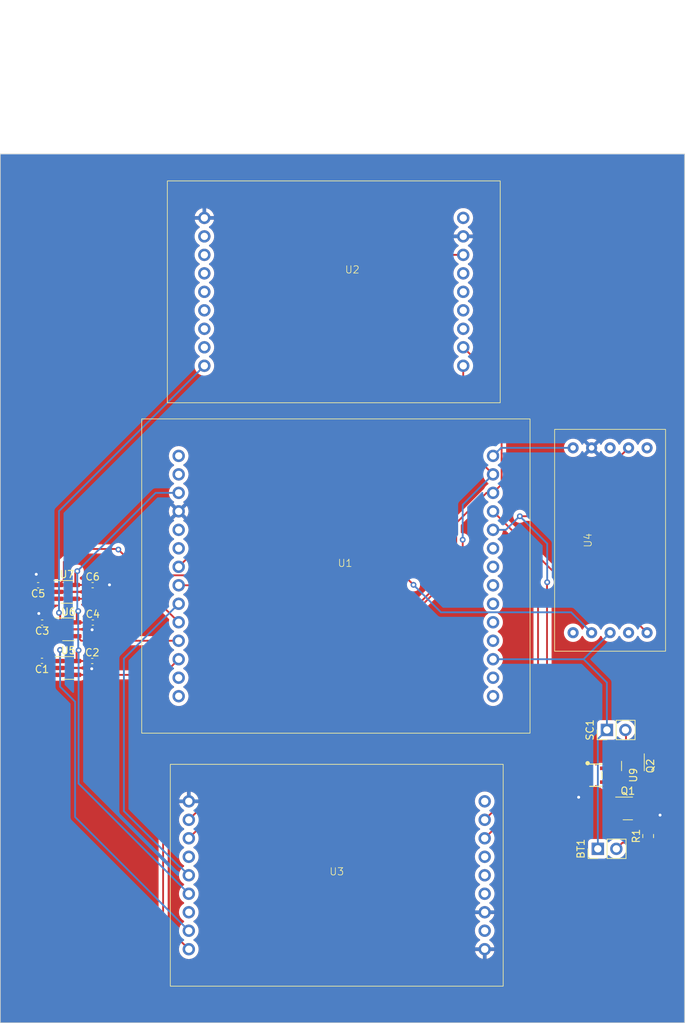
<source format=kicad_pcb>
(kicad_pcb (version 20221018) (generator pcbnew)
  (layers (0 "F.Cu" signal) (1 "In1.Cu" signal) (2 "In2.Cu" signal) (31 "B.Cu" signal) (34 "B.Paste" user) (35 "F.Paste" user) (36 "B.SilkS" user "B.Silkscreen") (37 "F.SilkS" user "F.Silkscreen") (38 "B.Mask" user) (39 "F.Mask" user) (44 "Edge.Cuts" user))
  (net 0 "")
  (net 1 "/GPS_VCC")
  (net 2 "GND")
  (net 3 "VCC")
  (net 4 "/LORA_VCC")
  (net 5 "/RTC_VCC")
  (net 8 "/LoRa_RST")
  (net 9 "/GPS_RESET")
  (net 10 "/GPS_I{slash}O")
  (net 11 "/RTC_EN")
  (net 12 "/LORA_EN")
  (net 13 "/GPS_EN")
  (net 18 "/VBAT_SNS")
  (net 20 "Net-(Q1-G)")
  (net 25 "/SDA")
  (net 26 "/SCL")
  (net 27 "/TX")
  (net 28 "/RX")
  (net 29 "/RTC_INT")
  (net 56 "Net-(Q1-D)")
  (net 57 "Net-(Q2-G)")
  (net 58 "/P-")
  (net 59 "Net-(U9-VM)")
  (net 60 "Net-(U9-VDD)")
  (footprint "PARTS:RTC_BOARD" (layer "F.Cu") (at 179.764498 96.266698 90)
    (fp_text reference "U4" (at 0 -2.54 90 unlocked) (layer "F.SilkS") (effects (font (thickness 0.1))))
    (fp_text value "X1B000301000200")
    (fp_rect (start -15.24 -7.12) (end 15.24 8.12) (stroke (width 0.1)) (fill none) (layer "F.SilkS"))
    (pad "1" thru_hole circle (at -12.7 -4.58 90) (size 1.524 1.524) (drill 0.762) (layers "*.Cu" "*.Mask"))
    (pad "2" thru_hole circle (at -12.7 -2.04 90) (size 1.524 1.524) (drill 0.762) (layers "*.Cu" "*.Mask") (net 5 "/RTC_VCC"))
    (pad "3" thru_hole circle (at -12.7 0.5 90) (size 1.524 1.524) (drill 0.762) (layers "*.Cu" "*.Mask") (net 3 "VCC"))
    (pad "4" thru_hole circle (at -12.7 3.04 90) (size 1.524 1.524) (drill 0.762) (layers "*.Cu" "*.Mask"))
    (pad "5" thru_hole circle (at -12.7 5.58 90) (size 1.524 1.524) (drill 0.762) (layers "*.Cu" "*.Mask") (net 26 "/SCL"))
    (pad "6" thru_hole circle (at 12.7 5.58 90) (size 1.524 1.524) (drill 0.762) (layers "*.Cu" "*.Mask"))
    (pad "7" thru_hole circle (at 12.7 3.04 90) (size 1.524 1.524) (drill 0.762) (layers "*.Cu" "*.Mask") (net 25 "/SDA"))
    (pad "8" thru_hole circle (at 12.7 0.5 90) (size 1.524 1.524) (drill 0.762) (layers "*.Cu" "*.Mask"))
    (pad "9" thru_hole circle (at 12.7 -2.04 90) (size 1.524 1.524) (drill 0.762) (layers "*.Cu" "*.Mask") (net 2 "GND"))
    (pad "10" thru_hole circle (at 12.7 -4.58 90) (size 1.524 1.524) (drill 0.762) (layers "*.Cu" "*.Mask") (net 29 "/RTC_INT"))
  )
  (footprint "PARTS:GPS_BOARD" (layer "F.Cu") (at 142.723298 142.291498)
    (fp_text reference "U3" (at 0 -0.5 unlocked) (layer "F.SilkS") (effects (font (thickness 0.1))))
    (fp_text value "ATGM336H-5N31")
    (fp_rect (start 22.86 -15.24) (end -22.86 15.24) (stroke (width 0.1)) (fill none) (layer "F.SilkS"))
    (pad "1" thru_hole oval (at -20.32 -10.16 180) (size 1.7 1.7) (drill 1) (layers "*.Cu" "*.Mask") (net 2 "GND"))
    (pad "2" thru_hole oval (at -20.32 -7.62 180) (size 1.7 1.7) (drill 1) (layers "*.Cu" "*.Mask") (net 27 "/TX"))
    (pad "3" thru_hole oval (at -20.32 -5.08 180) (size 1.7 1.7) (drill 1) (layers "*.Cu" "*.Mask") (net 28 "/RX"))
    (pad "4" thru_hole oval (at -20.32 -2.54 180) (size 1.7 1.7) (drill 1) (layers "*.Cu" "*.Mask"))
    (pad "5" thru_hole oval (at -20.32 0 180) (size 1.7 1.7) (drill 1) (layers "*.Cu" "*.Mask") (net 10 "/GPS_I{slash}O"))
    (pad "6" thru_hole oval (at -20.32 2.54 180) (size 1.7 1.7) (drill 1) (layers "*.Cu" "*.Mask") (net 3 "VCC"))
    (pad "7" thru_hole oval (at -20.32 5.08 270) (size 1.7 1.7) (drill 1) (layers "*.Cu" "*.Mask"))
    (pad "8" thru_hole oval (at -20.32 7.62 180) (size 1.7 1.7) (drill 1) (layers "*.Cu" "*.Mask") (net 1 "/GPS_VCC"))
    (pad "9" thru_hole oval (at -20.32 10.16 180) (size 1.7 1.7) (drill 1) (layers "*.Cu" "*.Mask") (net 9 "/GPS_RESET"))
    (pad "10" thru_hole oval (at 20.32 10.16 180) (size 1.7 1.7) (drill 1) (layers "*.Cu" "*.Mask") (net 2 "GND"))
    (pad "11" thru_hole oval (at 20.32 7.62 180) (size 1.7 1.7) (drill 1) (layers "*.Cu" "*.Mask"))
    (pad "12" thru_hole oval (at 20.32 5.08 180) (size 1.7 1.7) (drill 1) (layers "*.Cu" "*.Mask") (net 2 "GND"))
    (pad "13" thru_hole oval (at 20.32 2.54 180) (size 1.7 1.7) (drill 1) (layers "*.Cu" "*.Mask"))
    (pad "14" thru_hole oval (at 20.32 0 180) (size 1.7 1.7) (drill 1) (layers "*.Cu" "*.Mask"))
    (pad "15" thru_hole oval (at 20.32 -2.54 180) (size 1.7 1.7) (drill 1) (layers "*.Cu" "*.Mask"))
    (pad "16" thru_hole oval (at 20.32 -5.08 180) (size 1.7 1.7) (drill 1) (layers "*.Cu" "*.Mask") (net 25 "/SDA"))
    (pad "17" thru_hole oval (at 20.32 -7.62 180) (size 1.7 1.7) (drill 1) (layers "*.Cu" "*.Mask") (net 26 "/SCL"))
    (pad "18" thru_hole oval (at 20.32 -10.16 180) (size 1.7 1.7) (drill 1) (layers "*.Cu" "*.Mask"))
  )
  (footprint "Capacitor_SMD:C_0402_1005Metric" (layer "F.Cu") (at 102.261098 107.569698 180)
    (fp_text reference "C3" (at 0 -1.16) (layer "F.SilkS"))
    (fp_text value "10u")
    (fp_line (start -0.107836 -0.36) (end 0.107836 -0.36) (stroke (width 0.12)) (layer "F.SilkS"))
    (fp_line (start -0.107836 0.36) (end 0.107836 0.36) (stroke (width 0.12)) (layer "F.SilkS"))
    (pad "1" smd roundrect (at -0.48 0 180) (size 0.56 0.62) (layers "F.Cu" "F.Paste" "F.Mask") (net 4 "/LORA_VCC"))
    (pad "2" smd roundrect (at 0.48 0 180) (size 0.56 0.62) (layers "F.Cu" "F.Paste" "F.Mask") (net 2 "GND"))
  )
  (footprint "Package_TO_SOT_SMD:SOT-23" (layer "F.Cu") (at 182.700598 133.111898)
    (fp_text reference "Q1" (at 0 -2.4) (layer "F.SilkS"))
    (fp_text value "2N7002E")
    (fp_line (start 0 -1.56) (end -1.675 -1.56) (stroke (width 0.12)) (layer "F.SilkS"))
    (fp_line (start 0 -1.56) (end 0.65 -1.56) (stroke (width 0.12)) (layer "F.SilkS"))
    (fp_line (start 0 1.56) (end -0.65 1.56) (stroke (width 0.12)) (layer "F.SilkS"))
    (fp_line (start 0 1.56) (end 0.65 1.56) (stroke (width 0.12)) (layer "F.SilkS"))
    (pad "1" smd roundrect (at -0.9375 -0.95) (size 1.475 0.6) (layers "F.Cu" "F.Paste" "F.Mask") (net 20 "Net-(Q1-G)"))
    (pad "2" smd roundrect (at -0.9375 0.95) (size 1.475 0.6) (layers "F.Cu" "F.Paste" "F.Mask") (net 2 "GND"))
    (pad "3" smd roundrect (at 0.9375 0) (size 1.475 0.6) (layers "F.Cu" "F.Paste" "F.Mask") (net 56 "Net-(Q1-D)"))
  )
  (footprint "PARTS:168P_BOARD" (layer "F.Cu") (at 143.871898 99.909498)
    (fp_text reference "U1" (at 0 -0.5 unlocked) (layer "F.SilkS") (effects (font (thickness 0.1))))
    (fp_text value "ATMEGA168PA-MU")
    (fp_rect (start -27.94 -20.32) (end 25.4 22.86) (stroke (width 0.1)) (fill none) (layer "F.SilkS"))
    (pad "1" thru_hole circle (at -22.86 -15.24) (size 1.7 1.7) (drill 1) (layers "*.Cu" "*.Mask"))
    (pad "2" thru_hole circle (at -22.86 -12.7) (size 1.7 1.7) (drill 1) (layers "*.Cu" "*.Mask"))
    (pad "3" thru_hole circle (at -22.86 -7.62) (size 1.7 1.7) (drill 1) (layers "*.Cu" "*.Mask") (net 2 "GND"))
    (pad "4" thru_hole circle (at -22.86 -10.16) (size 1.7 1.7) (drill 1) (layers "*.Cu" "*.Mask") (net 3 "VCC"))
    (pad "9" thru_hole circle (at -22.86 0) (size 1.7 1.7) (drill 1) (layers "*.Cu" "*.Mask") (net 8 "/LoRa_RST"))
    (pad "10" thru_hole circle (at -22.86 2.54) (size 1.7 1.7) (drill 1) (layers "*.Cu" "*.Mask") (net 9 "/GPS_RESET"))
    (pad "11" thru_hole circle (at -22.86 5.08) (size 1.7 1.7) (drill 1) (layers "*.Cu" "*.Mask") (net 10 "/GPS_I{slash}O"))
    (pad "12" thru_hole circle (at -22.86 7.62) (size 1.7 1.7) (drill 1) (layers "*.Cu" "*.Mask") (net 11 "/RTC_EN"))
    (pad "13" thru_hole circle (at -22.86 10.16) (size 1.7 1.7) (drill 1) (layers "*.Cu" "*.Mask") (net 12 "/LORA_EN"))
    (pad "14" thru_hole circle (at -22.86 12.7) (size 1.7 1.7) (drill 1) (layers "*.Cu" "*.Mask") (net 13 "/GPS_EN"))
    (pad "15" thru_hole circle (at -22.86 15.24) (size 1.7 1.7) (drill 1) (layers "*.Cu" "*.Mask"))
    (pad "16" thru_hole circle (at -22.86 17.78) (size 1.7 1.7) (drill 1) (layers "*.Cu" "*.Mask"))
    (pad "17" thru_hole circle (at 20.32 17.78 180) (size 1.7 1.7) (drill 1) (layers "*.Cu" "*.Mask"))
    (pad "18" thru_hole circle (at 20.32 15.24 180) (size 1.7 1.7) (drill 1) (layers "*.Cu" "*.Mask"))
    (pad "19" thru_hole circle (at 20.32 12.7 180) (size 1.7 1.7) (drill 1) (layers "*.Cu" "*.Mask") (net 3 "VCC"))
    (pad "20" thru_hole circle (at 20.32 10.16 180) (size 1.7 1.7) (drill 1) (layers "*.Cu" "*.Mask"))
    (pad "22" thru_hole circle (at 20.32 7.62 180) (size 1.7 1.7) (drill 1) (layers "*.Cu" "*.Mask") (net 18 "/VBAT_SNS"))
    (pad "23" thru_hole circle (at 20.32 5.08 180) (size 1.7 1.7) (drill 1) (layers "*.Cu" "*.Mask"))
    (pad "24" thru_hole circle (at 20.32 2.54 180) (size 1.7 1.7) (drill 1) (layers "*.Cu" "*.Mask"))
    (pad "25" thru_hole circle (at 20.32 0 180) (size 1.7 1.7) (drill 1) (layers "*.Cu" "*.Mask"))
    (pad "26" thru_hole circle (at 20.32 -2.54 180) (size 1.7 1.7) (drill 1) (layers "*.Cu" "*.Mask"))
    (pad "27" thru_hole circle (at 20.32 -5.08 180) (size 1.7 1.7) (drill 1) (layers "*.Cu" "*.Mask") (net 25 "/SDA"))
    (pad "28" thru_hole circle (at 20.32 -7.62 180) (size 1.7 1.7) (drill 1) (layers "*.Cu" "*.Mask") (net 26 "/SCL"))
    (pad "30" thru_hole circle (at 20.32 -10.16) (size 1.7 1.7) (drill 1) (layers "*.Cu" "*.Mask") (net 27 "/TX"))
    (pad "31" thru_hole circle (at 20.32 -12.7 180) (size 1.7 1.7) (drill 1) (layers "*.Cu" "*.Mask") (net 28 "/RX"))
    (pad "32" thru_hole circle (at 20.32 -15.24) (size 1.7 1.7) (drill 1) (layers "*.Cu" "*.Mask") (net 29 "/RTC_INT"))
    (pad "34" thru_hole circle (at -22.86 -2.54) (size 1.7 1.7) (drill 1) (layers "*.Cu" "*.Mask"))
    (pad "35" thru_hole circle (at -22.86 -5.08) (size 1.7 1.7) (drill 1) (layers "*.Cu" "*.Mask"))
  )
  (footprint "Resistor_SMD:R_0805_2012Metric" (layer "F.Cu") (at 185.496898 136.904798 90)
    (fp_text reference "R1" (at 0 -1.65 90) (layer "F.SilkS"))
    (fp_text value "0.01")
    (fp_line (start -0.227064 -0.735) (end 0.227064 -0.735) (stroke (width 0.12)) (layer "F.SilkS"))
    (fp_line (start -0.227064 0.735) (end 0.227064 0.735) (stroke (width 0.12)) (layer "F.SilkS"))
    (pad "1" smd roundrect (at -0.9125 0 90) (size 1.025 1.4) (layers "F.Cu" "F.Paste" "F.Mask") (roundrect_rratio 0.243902) (net 18 "/VBAT_SNS"))
    (pad "2" smd roundrect (at 0.9125 0 90) (size 1.025 1.4) (layers "F.Cu" "F.Paste" "F.Mask") (roundrect_rratio 0.243902) (net 2 "GND"))
  )
  (footprint "PARTS:RA_08H-BREAKOUT" (layer "F.Cu") (at 144.856898 59.589098)
    (fp_text reference "U2" (at 0 -0.5 unlocked) (layer "F.SilkS") (effects (font (thickness 0.1))))
    (fp_text value "RA-08H(915)")
    (fp_rect (start 20.32 17.78) (end -25.4 -12.7) (stroke (width 0.1)) (fill none) (layer "F.SilkS"))
    (pad "1" thru_hole oval (at -20.32 -7.62 180) (size 1.7 1.7) (drill 1) (layers "*.Cu" "*.Mask") (net 2 "GND"))
    (pad "2" thru_hole oval (at -20.32 -5.08 180) (size 1.7 1.7) (drill 1) (layers "*.Cu" "*.Mask"))
    (pad "3" thru_hole oval (at -20.32 -2.54 180) (size 1.7 1.7) (drill 1) (layers "*.Cu" "*.Mask"))
    (pad "4" thru_hole oval (at -20.32 0 180) (size 1.7 1.7) (drill 1) (layers "*.Cu" "*.Mask"))
    (pad "5" thru_hole oval (at -20.32 2.54 180) (size 1.7 1.7) (drill 1) (layers "*.Cu" "*.Mask"))
    (pad "6" thru_hole oval (at -20.32 5.08 180) (size 1.7 1.7) (drill 1) (layers "*.Cu" "*.Mask"))
    (pad "7" thru_hole oval (at -20.32 7.62 270) (size 1.7 1.7) (drill 1) (layers "*.Cu" "*.Mask"))
    (pad "8" thru_hole oval (at -20.32 10.16 180) (size 1.7 1.7) (drill 1) (layers "*.Cu" "*.Mask"))
    (pad "9" thru_hole oval (at -20.32 12.7 180) (size 1.7 1.7) (drill 1) (layers "*.Cu" "*.Mask") (net 4 "/LORA_VCC"))
    (pad "10" thru_hole oval (at 15.24 12.7 180) (size 1.7 1.7) (drill 1) (layers "*.Cu" "*.Mask") (net 28 "/RX"))
    (pad "11" thru_hole oval (at 15.24 10.16 180) (size 1.7 1.7) (drill 1) (layers "*.Cu" "*.Mask") (net 27 "/TX"))
    (pad "12" thru_hole oval (at 15.24 7.62 180) (size 1.7 1.7) (drill 1) (layers "*.Cu" "*.Mask"))
    (pad "13" thru_hole oval (at 15.24 5.08 180) (size 1.7 1.7) (drill 1) (layers "*.Cu" "*.Mask"))
    (pad "14" thru_hole oval (at 15.24 2.54 180) (size 1.7 1.7) (drill 1) (layers "*.Cu" "*.Mask"))
    (pad "15" thru_hole oval (at 15.24 0 180) (size 1.7 1.7) (drill 1) (layers "*.Cu" "*.Mask"))
    (pad "16" thru_hole oval (at 15.24 -2.54 180) (size 1.7 1.7) (drill 1) (layers "*.Cu" "*.Mask") (net 8 "/LoRa_RST"))
    (pad "17" thru_hole oval (at 15.24 -5.08 180) (size 1.7 1.7) (drill 1) (layers "*.Cu" "*.Mask") (net 2 "GND"))
    (pad "18" thru_hole oval (at 15.24 -7.62 180) (size 1.7 1.7) (drill 1) (layers "*.Cu" "*.Mask"))
  )
  (footprint "Capacitor_SMD:C_0402_1005Metric" (layer "F.Cu") (at 101.704898 102.438898 180)
    (fp_text reference "C5" (at 0 -1.16) (layer "F.SilkS"))
    (fp_text value "10u")
    (fp_line (start -0.107836 -0.36) (end 0.107836 -0.36) (stroke (width 0.12)) (layer "F.SilkS"))
    (fp_line (start -0.107836 0.36) (end 0.107836 0.36) (stroke (width 0.12)) (layer "F.SilkS"))
    (pad "1" smd roundrect (at -0.48 0 180) (size 0.56 0.62) (layers "F.Cu" "F.Paste" "F.Mask") (net 5 "/RTC_VCC"))
    (pad "2" smd roundrect (at 0.48 0 180) (size 0.56 0.62) (layers "F.Cu" "F.Paste" "F.Mask") (net 2 "GND"))
  )
  (footprint "Capacitor_SMD:C_0402_1005Metric" (layer "F.Cu") (at 109.195298 102.438898)
    (fp_text reference "C6" (at 0 -1.16) (layer "F.SilkS"))
    (fp_text value "10u")
    (fp_line (start -0.107836 -0.36) (end 0.107836 -0.36) (stroke (width 0.12)) (layer "F.SilkS"))
    (fp_line (start -0.107836 0.36) (end 0.107836 0.36) (stroke (width 0.12)) (layer "F.SilkS"))
    (pad "1" smd roundrect (at -0.48 0) (size 0.56 0.62) (layers "F.Cu" "F.Paste" "F.Mask") (net 3 "VCC"))
    (pad "2" smd roundrect (at 0.48 0) (size 0.56 0.62) (layers "F.Cu" "F.Paste" "F.Mask") (net 2 "GND"))
  )
  (footprint "PARTS:SOT-23-5_L3.0-W1.7-P0.95-LS2.8-BL" (layer "F.Cu") (at 178.317098 128.544798 -90)
    (fp_text reference "U9" (at 0 -5.15 90) (layer "F.SilkS"))
    (fp_text value "AP9101CK-AHTRG1")
    (fp_line (start -1.53 0.85) (end -1.53 -0.85) (stroke (width 0.15)) (layer "F.SilkS"))
    (fp_line (start 0.48 -0.85) (end -0.48 -0.85) (stroke (width 0.15)) (layer "F.SilkS"))
    (fp_line (start 1.53 0.85) (end 1.53 -0.85) (stroke (width 0.15)) (layer "F.SilkS"))
    (fp_circle (center -1.65 1.14) (end -1.5 1.14) (stroke (width 0.3)) (fill none) (layer "F.SilkS"))
    (pad "1" smd rect (at -0.95 1.15 270) (size 0.49 1.16) (layers "F.Cu" "F.Paste" "F.Mask") (net 59 "Net-(U9-VM)"))
    (pad "2" smd rect (at 0 1.15 270) (size 0.49 1.16) (layers "F.Cu" "F.Paste" "F.Mask") (net 60 "Net-(U9-VDD)"))
    (pad "3" smd rect (at 0.95 1.15 270) (size 0.49 1.16) (layers "F.Cu" "F.Paste" "F.Mask") (net 2 "GND"))
    (pad "4" smd rect (at 0.95 -1.15 270) (size 0.49 1.18) (layers "F.Cu" "F.Paste" "F.Mask") (net 20 "Net-(Q1-G)"))
    (pad "5" smd rect (at -0.95 -1.15 270) (size 0.49 1.18) (layers "F.Cu" "F.Paste" "F.Mask") (net 57 "Net-(Q2-G)"))
  )
  (footprint "Package_TO_SOT_SMD:SOT-23-5" (layer "F.Cu") (at 105.664698 103.353298)
    (fp_text reference "U7" (at 0 -2.4) (layer "F.SilkS"))
    (fp_text value "~")
    (fp_line (start 0 -1.56) (end -1.8 -1.56) (stroke (width 0.12)) (layer "F.SilkS"))
    (fp_line (start 0 -1.56) (end 0.8 -1.56) (stroke (width 0.12)) (layer "F.SilkS"))
    (fp_line (start 0 1.56) (end -0.8 1.56) (stroke (width 0.12)) (layer "F.SilkS"))
    (fp_line (start 0 1.56) (end 0.8 1.56) (stroke (width 0.12)) (layer "F.SilkS"))
    (pad "1" smd roundrect (at -1.1375 -0.95) (size 1.325 0.6) (layers "F.Cu" "F.Paste" "F.Mask") (net 5 "/RTC_VCC"))
    (pad "2" smd roundrect (at -1.1375 0) (size 1.325 0.6) (layers "F.Cu" "F.Paste" "F.Mask") (net 2 "GND"))
    (pad "3" smd roundrect (at -1.1375 0.95) (size 1.325 0.6) (layers "F.Cu" "F.Paste" "F.Mask"))
    (pad "4" smd roundrect (at 1.1375 0.95) (size 1.325 0.6) (layers "F.Cu" "F.Paste" "F.Mask") (net 11 "/RTC_EN"))
    (pad "5" smd roundrect (at 1.1375 -0.95) (size 1.325 0.6) (layers "F.Cu" "F.Paste" "F.Mask") (net 3 "VCC"))
  )
  (footprint "Package_TO_SOT_SMD:SOT-23-5" (layer "F.Cu") (at 105.873398 108.499298)
    (fp_text reference "U6" (at 0 -2.4) (layer "F.SilkS"))
    (fp_text value "~")
    (fp_line (start 0 -1.56) (end -1.8 -1.56) (stroke (width 0.12)) (layer "F.SilkS"))
    (fp_line (start 0 -1.56) (end 0.8 -1.56) (stroke (width 0.12)) (layer "F.SilkS"))
    (fp_line (start 0 1.56) (end -0.8 1.56) (stroke (width 0.12)) (layer "F.SilkS"))
    (fp_line (start 0 1.56) (end 0.8 1.56) (stroke (width 0.12)) (layer "F.SilkS"))
    (pad "1" smd roundrect (at -1.1375 -0.95) (size 1.325 0.6) (layers "F.Cu" "F.Paste" "F.Mask") (net 4 "/LORA_VCC"))
    (pad "2" smd roundrect (at -1.1375 0) (size 1.325 0.6) (layers "F.Cu" "F.Paste" "F.Mask") (net 2 "GND"))
    (pad "3" smd roundrect (at -1.1375 0.95) (size 1.325 0.6) (layers "F.Cu" "F.Paste" "F.Mask"))
    (pad "4" smd roundrect (at 1.1375 0.95) (size 1.325 0.6) (layers "F.Cu" "F.Paste" "F.Mask") (net 12 "/LORA_EN"))
    (pad "5" smd roundrect (at 1.1375 -0.95) (size 1.325 0.6) (layers "F.Cu" "F.Paste" "F.Mask") (net 3 "VCC"))
  )
  (footprint "Capacitor_SMD:C_0402_1005Metric" (layer "F.Cu") (at 109.141898 112.852898)
    (fp_text reference "C2" (at 0 -1.16) (layer "F.SilkS"))
    (fp_text value "10u")
    (fp_line (start -0.107836 -0.36) (end 0.107836 -0.36) (stroke (width 0.12)) (layer "F.SilkS"))
    (fp_line (start -0.107836 0.36) (end 0.107836 0.36) (stroke (width 0.12)) (layer "F.SilkS"))
    (pad "1" smd roundrect (at -0.48 0) (size 0.56 0.62) (layers "F.Cu" "F.Paste" "F.Mask") (net 3 "VCC"))
    (pad "2" smd roundrect (at 0.48 0) (size 0.56 0.62) (layers "F.Cu" "F.Paste" "F.Mask") (net 2 "GND"))
  )
  (footprint "Connector_PinHeader_2.54mm:PinHeader_1x02_P2.54mm_Vertical" (layer "F.Cu") (at 179.827698 122.327098 90)
    (fp_text reference "SC1" (at 0 -2.33 90) (layer "F.SilkS"))
    (fp_text value "KXOB081K06TF-TR")
    (fp_line (start -1.33 -1.33) (end 0 -1.33) (stroke (width 0.12)) (layer "F.SilkS"))
    (fp_line (start -1.33 0) (end -1.33 -1.33) (stroke (width 0.12)) (layer "F.SilkS"))
    (fp_line (start -1.33 1.27) (end -1.33 3.87) (stroke (width 0.12)) (layer "F.SilkS"))
    (fp_line (start -1.33 1.27) (end 1.33 1.27) (stroke (width 0.12)) (layer "F.SilkS"))
    (fp_line (start -1.33 3.87) (end 1.33 3.87) (stroke (width 0.12)) (layer "F.SilkS"))
    (fp_line (start 1.33 1.27) (end 1.33 3.87) (stroke (width 0.12)) (layer "F.SilkS"))
    (pad "1" thru_hole rect (at 0 0 90) (size 1.7 1.7) (drill 1) (layers "*.Cu" "*.Mask") (net 3 "VCC"))
    (pad "2" thru_hole oval (at 0 2.54 90) (size 1.7 1.7) (drill 1) (layers "*.Cu" "*.Mask") (net 58 "/P-"))
  )
  (footprint "Connector_PinHeader_2.54mm:PinHeader_1x02_P2.54mm_Vertical" (layer "F.Cu") (at 178.583098 138.659298 90)
    (fp_text reference "BT1" (at 0 -2.33 90) (layer "F.SilkS"))
    (fp_text value "RJD2048(Bat)")
    (fp_line (start -1.33 -1.33) (end 0 -1.33) (stroke (width 0.12)) (layer "F.SilkS"))
    (fp_line (start -1.33 0) (end -1.33 -1.33) (stroke (width 0.12)) (layer "F.SilkS"))
    (fp_line (start -1.33 1.27) (end -1.33 3.87) (stroke (width 0.12)) (layer "F.SilkS"))
    (fp_line (start -1.33 1.27) (end 1.33 1.27) (stroke (width 0.12)) (layer "F.SilkS"))
    (fp_line (start -1.33 3.87) (end 1.33 3.87) (stroke (width 0.12)) (layer "F.SilkS"))
    (fp_line (start 1.33 1.27) (end 1.33 3.87) (stroke (width 0.12)) (layer "F.SilkS"))
    (pad "1" thru_hole rect (at 0 0 90) (size 1.7 1.7) (drill 1) (layers "*.Cu" "*.Mask") (net 3 "VCC"))
    (pad "2" thru_hole oval (at 0 2.54 90) (size 1.7 1.7) (drill 1) (layers "*.Cu" "*.Mask") (net 18 "/VBAT_SNS"))
  )
  (footprint "Capacitor_SMD:C_0402_1005Metric" (layer "F.Cu") (at 109.220698 107.569698)
    (fp_text reference "C4" (at 0 -1.16) (layer "F.SilkS"))
    (fp_text value "10u")
    (fp_line (start -0.107836 -0.36) (end 0.107836 -0.36) (stroke (width 0.12)) (layer "F.SilkS"))
    (fp_line (start -0.107836 0.36) (end 0.107836 0.36) (stroke (width 0.12)) (layer "F.SilkS"))
    (pad "1" smd roundrect (at -0.48 0) (size 0.56 0.62) (layers "F.Cu" "F.Paste" "F.Mask") (net 3 "VCC"))
    (pad "2" smd roundrect (at 0.48 0) (size 0.56 0.62) (layers "F.Cu" "F.Paste" "F.Mask") (net 2 "GND"))
  )
  (footprint "Capacitor_SMD:C_0402_1005Metric" (layer "F.Cu") (at 102.235698 112.827498 180)
    (fp_text reference "C1" (at 0 -1.16) (layer "F.SilkS"))
    (fp_text value "10u")
    (fp_line (start -0.107836 -0.36) (end 0.107836 -0.36) (stroke (width 0.12)) (layer "F.SilkS"))
    (fp_line (start -0.107836 0.36) (end 0.107836 0.36) (stroke (width 0.12)) (layer "F.SilkS"))
    (pad "1" smd roundrect (at -0.48 0 180) (size 0.56 0.62) (layers "F.Cu" "F.Paste" "F.Mask") (net 1 "/GPS_VCC"))
    (pad "2" smd roundrect (at 0.48 0 180) (size 0.56 0.62) (layers "F.Cu" "F.Paste" "F.Mask") (net 2 "GND"))
  )
  (footprint "Package_TO_SOT_SMD:SOT-23-5" (layer "F.Cu") (at 105.845398 113.807898)
    (fp_text reference "U5" (at 0 -2.4) (layer "F.SilkS"))
    (fp_text value "~")
    (fp_line (start 0 -1.56) (end -1.8 -1.56) (stroke (width 0.12)) (layer "F.SilkS"))
    (fp_line (start 0 -1.56) (end 0.8 -1.56) (stroke (width 0.12)) (layer "F.SilkS"))
    (fp_line (start 0 1.56) (end -0.8 1.56) (stroke (width 0.12)) (layer "F.SilkS"))
    (fp_line (start 0 1.56) (end 0.8 1.56) (stroke (width 0.12)) (layer "F.SilkS"))
    (pad "1" smd roundrect (at -1.1375 -0.95) (size 1.325 0.6) (layers "F.Cu" "F.Paste" "F.Mask") (net 1 "/GPS_VCC"))
    (pad "2" smd roundrect (at -1.1375 0) (size 1.325 0.6) (layers "F.Cu" "F.Paste" "F.Mask") (net 2 "GND"))
    (pad "3" smd roundrect (at -1.1375 0.95) (size 1.325 0.6) (layers "F.Cu" "F.Paste" "F.Mask"))
    (pad "4" smd roundrect (at 1.1375 0.95) (size 1.325 0.6) (layers "F.Cu" "F.Paste" "F.Mask") (net 13 "/GPS_EN"))
    (pad "5" smd roundrect (at 1.1375 -0.95) (size 1.325 0.6) (layers "F.Cu" "F.Paste" "F.Mask") (net 3 "VCC"))
  )
  (footprint "Package_TO_SOT_SMD:SOT-23" (layer "F.Cu") (at 183.398898 127.277798 -90)
    (fp_text reference "Q2" (at 0 -2.4 90) (layer "F.SilkS"))
    (fp_text value "2N7002E")
    (fp_line (start 0 -1.56) (end -1.675 -1.56) (stroke (width 0.12)) (layer "F.SilkS"))
    (fp_line (start 0 -1.56) (end 0.65 -1.56) (stroke (width 0.12)) (layer "F.SilkS"))
    (fp_line (start 0 1.56) (end -0.65 1.56) (stroke (width 0.12)) (layer "F.SilkS"))
    (fp_line (start 0 1.56) (end 0.65 1.56) (stroke (width 0.12)) (layer "F.SilkS"))
    (pad "1" smd roundrect (at -0.9375 -0.95 270) (size 1.475 0.6) (layers "F.Cu" "F.Paste" "F.Mask") (net 57 "Net-(Q2-G)"))
    (pad "2" smd roundrect (at -0.9375 0.95 270) (size 1.475 0.6) (layers "F.Cu" "F.Paste" "F.Mask") (net 58 "/P-"))
    (pad "3" smd roundrect (at 0.9375 0 270) (size 1.475 0.6) (layers "F.Cu" "F.Paste" "F.Mask") (net 56 "Net-(Q1-D)"))
  )
  (gr_rect (start 96.52 43.18) (end 190.5 162.56) (stroke (width 0.1)) (fill none) (layer "Edge.Cuts"))
  (segment (start 102.746098 112.857898) (end 102.715698 112.827498) (width 0.25) (layer "F.Cu") (net 1))
  (segment (start 104.707898 112.857898) (end 102.746098 112.857898) (width 0.25) (layer "F.Cu") (net 1))
  (segment (start 104.707898 112.857898) (end 104.707898 111.345898) (width 0.25) (layer "F.Cu") (net 1))
  (segment (start 104.707898 111.345898) (end 104.724898 111.328898) (width 0.25) (layer "F.Cu") (net 1))
  (via (at 104.724898 111.328898) (size 0.8) (drill 0.4) (layers "F.Cu" "B.Cu") (net 1))
  (segment (start 106.782298 118.440898) (end 106.782298 134.290498) (width 0.25) (layer "B.Cu") (net 1))
  (segment (start 106.782298 134.290498) (end 122.403298 149.911498) (width 0.25) (layer "B.Cu") (net 1))
  (segment (start 104.724898 111.328898) (end 104.724898 116.383498) (width 0.25) (layer "B.Cu") (net 1))
  (segment (start 104.724898 116.383498) (end 106.782298 118.440898) (width 0.25) (layer "B.Cu") (net 1))
  (segment (start 185.496898 135.992298) (end 183.693498 135.992298) (width 0.25) (layer "F.Cu") (net 2))
  (segment (start 109.119098 108.461298) (end 109.119098 108.560298) (width 0.25) (layer "F.Cu") (net 2))
  (segment (start 178.435698 134.061898) (end 175.946498 131.572698) (width 0.25) (layer "F.Cu") (net 2))
  (segment (start 101.755698 112.827498) (end 101.755698 113.137498) (width 0.25) (layer "F.Cu") (net 2))
  (segment (start 102.426098 113.807898) (end 104.707898 113.807898) (width 0.25) (layer "F.Cu") (net 2))
  (segment (start 101.422898 100.940298) (end 101.448298 100.940298) (width 0.25) (layer "F.Cu") (net 2))
  (segment (start 109.675298 102.438898) (end 111.430498 102.438898) (width 0.25) (layer "F.Cu") (net 2))
  (segment (start 109.621898 113.162898) (end 109.621898 112.852898) (width 0.25) (layer "F.Cu") (net 2))
  (segment (start 183.693498 135.992298) (end 181.763098 134.061898) (width 0.25) (layer "F.Cu") (net 2))
  (segment (start 104.527198 103.353298) (end 110.541498 103.353298) (width 0.25) (layer "F.Cu") (net 2))
  (segment (start 101.224898 101.138298) (end 101.422898 100.940298) (width 0.25) (layer "F.Cu") (net 2))
  (segment (start 108.976898 113.807898) (end 109.068298 113.716498) (width 0.25) (layer "F.Cu") (net 2))
  (segment (start 110.541498 103.353298) (end 111.506698 102.388098) (width 0.25) (layer "F.Cu") (net 2))
  (segment (start 109.068298 113.716498) (end 109.068298 113.919698) (width 0.25) (layer "F.Cu") (net 2))
  (segment (start 109.700698 107.879698) (end 109.700698 107.569698) (width 0.25) (layer "F.Cu") (net 2))
  (segment (start 109.020098 108.560298) (end 109.700698 107.879698) (width 0.25) (layer "F.Cu") (net 2))
  (segment (start 101.781098 106.297098) (end 101.803898 106.274298) (width 0.25) (layer "F.Cu") (net 2))
  (segment (start 187.128764 134.026977) (end 187.128764 134.004832) (width 0.25) (layer "F.Cu") (net 2))
  (segment (start 111.481298 102.388098) (end 111.506698 102.388098) (width 0.25) (layer "F.Cu") (net 2))
  (segment (start 109.119098 108.560298) (end 109.020098 108.560298) (width 0.25) (layer "F.Cu") (net 2))
  (segment (start 185.496898 135.636698) (end 187.106619 134.026977) (width 0.25) (layer "F.Cu") (net 2))
  (segment (start 175.946498 130.715398) (end 175.946498 131.572698) (width 0.25) (layer "F.Cu") (net 2))
  (segment (start 101.448298 100.914898) (end 101.422898 100.940298) (width 0.25) (layer "F.Cu") (net 2))
  (segment (start 101.755698 113.137498) (end 102.426098 113.807898) (width 0.25) (layer "F.Cu") (net 2))
  (segment (start 101.448298 100.940298) (end 101.448298 100.914898) (width 0.25) (layer "F.Cu") (net 2))
  (segment (start 187.128764 134.004832) (end 187.097098 134.036498) (width 0.25) (layer "F.Cu") (net 2))
  (segment (start 104.735898 108.499298) (end 102.400698 108.499298) (width 0.25) (layer "F.Cu") (net 2))
  (segment (start 111.506698 102.388098) (end 111.506698 102.362698) (width 0.25) (layer "F.Cu") (net 2))
  (segment (start 101.224898 102.438898) (end 101.224898 101.138298) (width 0.25) (layer "F.Cu") (net 2))
  (segment (start 111.506698 102.362698) (end 111.481298 102.388098) (width 0.25) (layer "F.Cu") (net 2))
  (segment (start 101.781098 106.302298) (end 101.781098 106.297098) (width 0.25) (layer "F.Cu") (net 2))
  (segment (start 104.735898 108.499298) (end 109.081098 108.499298) (width 0.25) (layer "F.Cu") (net 2))
  (segment (start 111.430498 102.438898) (end 111.481298 102.388098) (width 0.25) (layer "F.Cu") (net 2))
  (segment (start 101.803898 106.325098) (end 101.781098 106.302298) (width 0.25) (layer "F.Cu") (net 2))
  (segment (start 185.496898 135.992298) (end 185.496898 135.636698) (width 0.25) (layer "F.Cu") (net 2))
  (segment (start 102.400698 108.499298) (end 101.781098 107.879698) (width 0.25) (layer "F.Cu") (net 2))
  (segment (start 101.781098 107.879698) (end 101.781098 107.569698) (width 0.25) (layer "F.Cu") (net 2))
  (segment (start 108.865098 113.919698) (end 109.621898 113.162898) (width 0.25) (layer "F.Cu") (net 2))
  (segment (start 109.081098 108.499298) (end 109.119098 108.461298) (width 0.25) (layer "F.Cu") (net 2))
  (segment (start 181.763098 134.061898) (end 178.435698 134.061898) (width 0.25) (layer "F.Cu") (net 2))
  (segment (start 104.707898 113.807898) (end 108.976898 113.807898) (width 0.25) (layer "F.Cu") (net 2))
  (segment (start 101.781098 106.347898) (end 101.803898 106.325098) (width 0.25) (layer "F.Cu") (net 2))
  (segment (start 177.167098 129.494798) (end 175.946498 130.715398) (width 0.25) (layer "F.Cu") (net 2))
  (segment (start 109.068298 113.919698) (end 108.865098 113.919698) (width 0.25) (layer "F.Cu") (net 2))
  (segment (start 101.781098 107.569698) (end 101.781098 106.347898) (width 0.25) (layer "F.Cu") (net 2))
  (segment (start 187.106619 134.026977) (end 187.128764 134.026977) (width 0.25) (layer "F.Cu") (net 2))
  (via (at 101.448298 100.940298) (size 0.8) (drill 0.4) (layers "F.Cu" "B.Cu") (net 2))
  (via (at 109.119098 108.560298) (size 0.8) (drill 0.4) (layers "F.Cu" "B.Cu") (net 2))
  (via (at 175.946498 131.572698) (size 0.8) (drill 0.4) (layers "F.Cu" "B.Cu") (net 2))
  (via (at 109.068298 113.919698) (size 0.8) (drill 0.4) (layers "F.Cu" "B.Cu") (net 2))
  (via (at 101.803898 106.325098) (size 0.8) (drill 0.4) (layers "F.Cu" "B.Cu") (net 2))
  (via (at 111.506698 102.388098) (size 0.8) (drill 0.4) (layers "F.Cu" "B.Cu") (net 2))
  (via (at 187.128764 134.026977) (size 0.8) (drill 0.4) (layers "F.Cu" "B.Cu") (net 2))
  (segment (start 106.802198 102.403298) (end 106.802198 100.767998) (width 0.25) (layer "F.Cu") (net 3))
  (segment (start 108.661898 112.852898) (end 106.987898 112.852898) (width 0.25) (layer "F.Cu") (net 3))
  (segment (start 107.264898 111.379698) (end 107.264898 111.354298) (width 0.25) (layer "F.Cu") (net 3))
  (segment (start 106.802198 102.403298) (end 108.679698 102.403298) (width 0.25) (layer "F.Cu") (net 3))
  (segment (start 108.740698 107.569698) (end 107.031298 107.569698) (width 0.25) (layer "F.Cu") (net 3))
  (segment (start 107.239498 111.379698) (end 107.264898 111.379698) (width 0.25) (layer "F.Cu") (net 3))
  (segment (start 107.087098 100.483098) (end 107.061698 100.508498) (width 0.25) (layer "F.Cu") (net 3))
  (segment (start 107.163298 105.994898) (end 107.214098 105.994898) (width 0.25) (layer "F.Cu") (net 3))
  (segment (start 107.031298 107.569698) (end 107.010898 107.549298) (width 0.25) (layer "F.Cu") (net 3))
  (segment (start 108.679698 102.403298) (end 108.715298 102.438898) (width 0.25) (layer "F.Cu") (net 3))
  (segment (start 106.802198 100.767998) (end 107.061698 100.508498) (width 0.25) (layer "F.Cu") (net 3))
  (segment (start 106.987898 112.852898) (end 106.982898 112.857898) (width 0.25) (layer "F.Cu") (net 3))
  (segment (start 107.214098 105.994898) (end 107.214098 105.944098) (width 0.25) (layer "F.Cu") (net 3))
  (segment (start 106.982898 111.636298) (end 107.239498 111.379698) (width 0.25) (layer "F.Cu") (net 3))
  (segment (start 106.982898 112.857898) (end 106.982898 111.636298) (width 0.25) (layer "F.Cu") (net 3))
  (segment (start 107.010898 107.549298) (end 107.010898 106.147298) (width 0.25) (layer "F.Cu") (net 3))
  (segment (start 107.264898 111.354298) (end 107.239498 111.379698) (width 0.25) (layer "F.Cu") (net 3))
  (segment (start 107.087098 100.508498) (end 107.087098 100.483098) (width 0.25) (layer "F.Cu") (net 3))
  (segment (start 107.061698 100.508498) (end 107.087098 100.508498) (width 0.25) (layer "F.Cu") (net 3))
  (segment (start 107.010898 106.147298) (end 107.163298 105.994898) (width 0.25) (layer "F.Cu") (net 3))
  (segment (start 107.214098 105.944098) (end 107.188698 105.969498) (width 0.25) (layer "F.Cu") (net 3))
  (via (at 107.264898 111.379698) (size 0.8) (drill 0.4) (layers "F.Cu" "B.Cu") (net 3))
  (via (at 107.214098 105.994898) (size 0.8) (drill 0.4) (layers "F.Cu" "B.Cu") (net 3))
  (via (at 107.087098 100.508498) (size 0.8) (drill 0.4) (layers "F.Cu" "B.Cu") (net 3))
  (segment (start 107.214098 111.328898) (end 107.264898 111.379698) (width 0.25) (layer "B.Cu") (net 3))
  (segment (start 107.087098 100.508498) (end 117.846098 89.749498) (width 0.25) (layer "B.Cu") (net 3))
  (segment (start 107.214098 105.994898) (end 107.214098 111.328898) (width 0.25) (layer "B.Cu") (net 3))
  (segment (start 179.827698 122.327098) (end 179.827698 115.815498) (width 0.25) (layer "B.Cu") (net 3))
  (segment (start 179.827698 115.815498) (end 176.621698 112.609498) (width 0.25) (layer "B.Cu") (net 3))
  (segment (start 178.583098 138.659298) (end 178.583098 123.571698) (width 0.25) (layer "B.Cu") (net 3))
  (segment (start 164.191898 112.609498) (end 176.621698 112.609498) (width 0.25) (layer "B.Cu") (net 3))
  (segment (start 178.583098 123.571698) (end 179.827698 122.327098) (width 0.25) (layer "B.Cu") (net 3))
  (segment (start 117.846098 89.749498) (end 121.011898 89.749498) (width 0.25) (layer "B.Cu") (net 3))
  (segment (start 107.264898 129.693098) (end 122.403298 144.831498) (width 0.25) (layer "B.Cu") (net 3))
  (segment (start 107.087098 100.508498) (end 107.087098 105.867898) (width 0.25) (layer "B.Cu") (net 3))
  (segment (start 107.087098 105.867898) (end 107.214098 105.994898) (width 0.25) (layer "B.Cu") (net 3))
  (segment (start 176.621698 112.609498) (end 180.264498 108.966698) (width 0.25) (layer "B.Cu") (net 3))
  (segment (start 107.264898 111.379698) (end 107.264898 129.693098) (width 0.25) (layer "B.Cu") (net 3))
  (segment (start 104.572498 106.223498) (end 104.547098 106.223498) (width 0.25) (layer "F.Cu") (net 4))
  (segment (start 104.547098 106.223498) (end 104.547098 106.223498) (width 0.25) (layer "F.Cu") (net 4))
  (segment (start 104.572498 106.248898) (end 104.572498 106.223498) (width 0.25) (layer "F.Cu") (net 4))
  (segment (start 104.735898 107.549298) (end 102.761498 107.549298) (width 0.25) (layer "F.Cu") (net 4))
  (segment (start 104.735898 107.549298) (end 104.735898 106.412298) (width 0.25) (layer "F.Cu") (net 4))
  (segment (start 102.761498 107.549298) (end 102.741098 107.569698) (width 0.25) (layer "F.Cu") (net 4))
  (segment (start 104.735898 106.412298) (end 104.572498 106.248898) (width 0.25) (layer "F.Cu") (net 4))
  (via (at 104.572498 106.223498) (size 0.8) (drill 0.4) (layers "F.Cu" "B.Cu") (net 4))
  (segment (start 104.572498 106.223498) (end 104.572498 92.253498) (width 0.25) (layer "B.Cu") (net 4))
  (segment (start 104.572498 92.253498) (end 124.536898 72.289098) (width 0.25) (layer "B.Cu") (net 4))
  (segment (start 116.269042 101.079842) (end 126.098842 101.079842) (width 0.25) (layer "F.Cu") (net 5))
  (segment (start 112.725898 97.536698) (end 112.751298 97.536698) (width 0.25) (layer "F.Cu") (net 5))
  (segment (start 104.491598 102.438898) (end 104.527198 102.403298) (width 0.25) (layer "F.Cu") (net 5))
  (segment (start 105.258298 99.238498) (end 107.036298 97.460498) (width 0.25) (layer "F.Cu") (net 5))
  (segment (start 126.098842 101.079842) (end 126.162498 101.143498) (width 0.25) (layer "F.Cu") (net 5))
  (segment (start 152.019698 101.143498) (end 153.264298 102.388098) (width 0.25) (layer "F.Cu") (net 5))
  (segment (start 112.751298 97.536698) (end 112.725898 97.511298) (width 0.25) (layer "F.Cu") (net 5))
  (segment (start 112.725898 97.511298) (end 112.725898 97.536698) (width 0.25) (layer "F.Cu") (net 5))
  (segment (start 153.264298 102.388098) (end 153.213498 102.337298) (width 0.25) (layer "F.Cu") (net 5))
  (segment (start 126.162498 101.143498) (end 152.019698 101.143498) (width 0.25) (layer "F.Cu") (net 5))
  (segment (start 112.675098 97.460498) (end 112.725898 97.511298) (width 0.25) (layer "F.Cu") (net 5))
  (segment (start 105.232898 99.238498) (end 105.258298 99.238498) (width 0.25) (layer "F.Cu") (net 5))
  (segment (start 104.527198 102.403298) (end 105.232898 101.697598) (width 0.25) (layer "F.Cu") (net 5))
  (segment (start 102.184898 102.438898) (end 104.491598 102.438898) (width 0.25) (layer "F.Cu") (net 5))
  (segment (start 105.232898 101.697598) (end 105.232898 99.238498) (width 0.25) (layer "F.Cu") (net 5))
  (segment (start 107.036298 97.460498) (end 112.675098 97.460498) (width 0.25) (layer "F.Cu") (net 5))
  (segment (start 112.725898 97.536698) (end 116.269042 101.079842) (width 0.25) (layer "F.Cu") (net 5))
  (via (at 112.725898 97.536698) (size 0.8) (drill 0.4) (layers "F.Cu" "B.Cu") (net 5))
  (via (at 153.264298 102.388098) (size 0.8) (drill 0.4) (layers "F.Cu" "B.Cu") (net 5))
  (segment (start 174.917642 106.159842) (end 177.724498 108.966698) (width 0.25) (layer "B.Cu") (net 5))
  (segment (start 153.264298 102.388098) (end 157.036042 106.159842) (width 0.25) (layer "B.Cu") (net 5))
  (segment (start 157.036042 106.159842) (end 174.917642 106.159842) (width 0.25) (layer "B.Cu") (net 5))
  (segment (start 155.347098 57.049098) (end 160.096898 57.049098) (width 0.25) (layer "F.Cu") (net 8))
  (segment (start 152.146698 68.860098) (end 152.146698 60.249498) (width 0.25) (layer "F.Cu") (net 8))
  (segment (start 133.071298 87.935498) (end 152.146698 68.860098) (width 0.25) (layer "F.Cu") (net 8))
  (segment (start 132.985898 87.935498) (end 133.071298 87.935498) (width 0.25) (layer "F.Cu") (net 8))
  (segment (start 152.146698 60.249498) (end 155.347098 57.049098) (width 0.25) (layer "F.Cu") (net 8))
  (segment (start 121.011898 99.909498) (end 132.985898 87.935498) (width 0.25) (layer "F.Cu") (net 8))
  (segment (start 122.403298 152.451498) (end 121.228298 151.276498) (width 0.25) (layer "F.Cu") (net 9))
  (segment (start 122.896498 102.449498) (end 121.011898 102.449498) (width 0.25) (layer "F.Cu") (net 9))
  (segment (start 124.435298 123.139898) (end 124.435298 103.988298) (width 0.25) (layer "F.Cu") (net 9))
  (segment (start 121.228298 151.225698) (end 118.872698 148.870098) (width 0.25) (layer "F.Cu") (net 9))
  (segment (start 118.872698 148.870098) (end 118.872698 128.702498) (width 0.25) (layer "F.Cu") (net 9))
  (segment (start 118.872698 128.702498) (end 124.435298 123.139898) (width 0.25) (layer "F.Cu") (net 9))
  (segment (start 121.228298 151.276498) (end 121.228298 151.225698) (width 0.25) (layer "F.Cu") (net 9))
  (segment (start 124.435298 103.988298) (end 122.896498 102.449498) (width 0.25) (layer "F.Cu") (net 9))
  (segment (start 113.487898 112.513498) (end 121.011898 104.989498) (width 0.25) (layer "B.Cu") (net 10))
  (segment (start 122.403298 142.291498) (end 121.228298 141.116498) (width 0.25) (layer "B.Cu") (net 10))
  (segment (start 121.126698 141.116498) (end 113.487898 133.477698) (width 0.25) (layer "B.Cu") (net 10))
  (segment (start 121.228298 141.116498) (end 121.126698 141.116498) (width 0.25) (layer "B.Cu") (net 10))
  (segment (start 113.487898 133.477698) (end 113.487898 112.513498) (width 0.25) (layer "B.Cu") (net 10))
  (segment (start 117.785698 104.303298) (end 106.802198 104.303298) (width 0.25) (layer "F.Cu") (net 11))
  (segment (start 121.011898 107.529498) (end 117.785698 104.303298) (width 0.25) (layer "F.Cu") (net 11))
  (segment (start 121.011898 110.069498) (end 107.631098 110.069498) (width 0.25) (layer "F.Cu") (net 12))
  (segment (start 107.631098 110.069498) (end 107.010898 109.449298) (width 0.25) (layer "F.Cu") (net 12))
  (segment (start 118.863498 114.757898) (end 106.982898 114.757898) (width 0.25) (layer "F.Cu") (net 13))
  (segment (start 121.011898 112.609498) (end 118.863498 114.757898) (width 0.25) (layer "F.Cu") (net 13))
  (segment (start 185.496898 137.817298) (end 181.965098 137.817298) (width 0.25) (layer "F.Cu") (net 18))
  (segment (start 181.965098 137.817298) (end 181.123098 138.659298) (width 0.25) (layer "F.Cu") (net 18))
  (segment (start 179.467098 129.865898) (end 179.467098 129.494798) (width 0.25) (layer "F.Cu") (net 20))
  (segment (start 181.763098 132.161898) (end 179.467098 129.865898) (width 0.25) (layer "F.Cu") (net 20))
  (segment (start 182.804498 83.566698) (end 173.406498 92.964698) (width 0.25) (layer "F.Cu") (net 25))
  (segment (start 171.603098 102.007098) (end 171.603098 101.981698) (width 0.25) (layer "F.Cu") (net 25))
  (segment (start 171.603098 128.651698) (end 171.603098 102.057898) (width 0.25) (layer "F.Cu") (net 25))
  (segment (start 171.628498 102.032498) (end 171.603098 102.007098) (width 0.25) (layer "F.Cu") (net 25))
  (segment (start 171.603098 102.057898) (end 171.628498 102.032498) (width 0.25) (layer "F.Cu") (net 25))
  (segment (start 163.043298 137.211498) (end 171.603098 128.651698) (width 0.25) (layer "F.Cu") (net 25))
  (segment (start 173.406498 92.964698) (end 167.869298 92.964698) (width 0.25) (layer "F.Cu") (net 25))
  (via (at 167.869298 92.964698) (size 0.8) (drill 0.4) (layers "F.Cu" "B.Cu") (net 25))
  (via (at 171.628498 102.032498) (size 0.8) (drill 0.4) (layers "F.Cu" "B.Cu") (net 25))
  (segment (start 164.191898 94.829498) (end 165.953698 94.829498) (width 0.25) (layer "B.Cu") (net 25))
  (segment (start 167.869298 92.964698) (end 167.869298 92.913898) (width 0.25) (layer "B.Cu") (net 25))
  (segment (start 171.628498 96.723898) (end 167.869298 92.964698) (width 0.25) (layer "B.Cu") (net 25))
  (segment (start 171.628498 102.032498) (end 171.628498 96.723898) (width 0.25) (layer "B.Cu") (net 25))
  (segment (start 165.953698 94.829498) (end 167.818498 92.964698) (width 0.25) (layer "B.Cu") (net 25))
  (segment (start 167.869298 92.913898) (end 167.843898 92.939298) (width 0.25) (layer "B.Cu") (net 25))
  (segment (start 167.818498 92.964698) (end 167.869298 92.964698) (width 0.25) (layer "B.Cu") (net 25))
  (segment (start 164.191898 92.289498) (end 170.368698 98.466298) (width 0.25) (layer "F.Cu") (net 26))
  (segment (start 182.418298 106.040498) (end 185.344498 108.966698) (width 0.25) (layer "F.Cu") (net 26))
  (segment (start 177.942898 106.040498) (end 182.418298 106.040498) (width 0.25) (layer "F.Cu") (net 26))
  (segment (start 170.368698 127.346098) (end 170.368698 98.466298) (width 0.25) (layer "F.Cu") (net 26))
  (segment (start 163.043298 134.671498) (end 170.368698 127.346098) (width 0.25) (layer "F.Cu") (net 26))
  (segment (start 170.368698 98.466298) (end 177.942898 106.040498) (width 0.25) (layer "F.Cu") (net 26))
  (segment (start 163.286698 89.749498) (end 164.191898 89.749498) (width 0.25) (layer "F.Cu") (net 27))
  (segment (start 123.800298 133.274498) (end 125.703902 133.274498) (width 0.25) (layer "F.Cu") (net 27))
  (segment (start 165.366898 88.574498) (end 164.191898 89.749498) (width 0.25) (layer "F.Cu") (net 27))
  (segment (start 159.131698 99.846702) (end 159.131698 93.904498) (width 0.25) (layer "F.Cu") (net 27))
  (segment (start 159.131698 93.904498) (end 163.286698 89.749498) (width 0.25) (layer "F.Cu") (net 27))
  (segment (start 160.096898 69.749098) (end 165.366898 75.019098) (width 0.25) (layer "F.Cu") (net 27))
  (segment (start 165.366898 75.019098) (end 165.366898 88.574498) (width 0.25) (layer "F.Cu") (net 27))
  (segment (start 122.403298 134.671498) (end 123.800298 133.274498) (width 0.25) (layer "F.Cu") (net 27))
  (segment (start 125.703902 133.274498) (end 159.131698 99.846702) (width 0.25) (layer "F.Cu") (net 27))
  (segment (start 160.020698 96.190498) (end 160.020698 99.594098) (width 0.25) (layer "F.Cu") (net 28))
  (segment (start 160.096898 83.114498) (end 164.191898 87.209498) (width 0.25) (layer "F.Cu") (net 28))
  (segment (start 160.096898 72.289098) (end 160.096898 83.114498) (width 0.25) (layer "F.Cu") (net 28))
  (segment (start 160.020698 99.594098) (end 122.403298 137.211498) (width 0.25) (layer "F.Cu") (net 28))
  (via (at 160.020698 96.190498) (size 0.8) (drill 0.4) (layers "F.Cu" "B.Cu") (net 28))
  (segment (start 160.020698 96.190498) (end 159.944498 96.190498) (width 0.25) (layer "B.Cu") (net 28))
  (segment (start 164.191898 87.209498) (end 160.020698 91.380698) (width 0.25) (layer "B.Cu") (net 28))
  (segment (start 160.020698 91.380698) (end 160.020698 96.114298) (width 0.25) (layer "B.Cu") (net 28))
  (segment (start 160.020698 96.114298) (end 160.020698 96.190498) (width 0.25) (layer "B.Cu") (net 28))
  (segment (start 159.944498 96.190498) (end 160.020698 96.114298) (width 0.25) (layer "B.Cu") (net 28))
  (segment (start 175.184498 83.566698) (end 165.294698 83.566698) (width 0.25) (layer "B.Cu") (net 29))
  (segment (start 165.294698 83.566698) (end 164.191898 84.669498) (width 0.25) (layer "B.Cu") (net 29))
  (segment (start 183.398898 128.215298) (end 183.398898 132.872698) (width 0.25) (layer "F.Cu") (net 56))
  (segment (start 183.398898 132.872698) (end 183.638098 133.111898) (width 0.25) (layer "F.Cu") (net 56))
  (segment (start 182.60365 127.594798) (end 179.467098 127.594798) (width 0.25) (layer "F.Cu") (net 57))
  (segment (start 183.85815 126.340298) (end 182.60365 127.594798) (width 0.25) (layer "F.Cu") (net 57))
  (segment (start 184.348898 126.340298) (end 183.85815 126.340298) (width 0.25) (layer "F.Cu") (net 57))
  (segment (start 182.448898 122.408298) (end 182.367698 122.327098) (width 0.25) (layer "F.Cu") (net 58))
  (segment (start 182.448898 126.340298) (end 182.448898 122.408298) (width 0.25) (layer "F.Cu") (net 58))
  (zone (net 2) (net_name "GND") (layers "F.Cu" "In1.Cu" "In2.Cu" "B.Cu") (connect_pads (clearance 0.5)) (min_thickness 0.25) (fill yes (thermal_gap 0.5) (thermal_bridge_width 0.5))
    (polygon (pts (xy 96.52 43.18) (xy 190.5 43.18) (xy 190.5 162.56) (xy 96.52 162.56)))
  )
)
</source>
